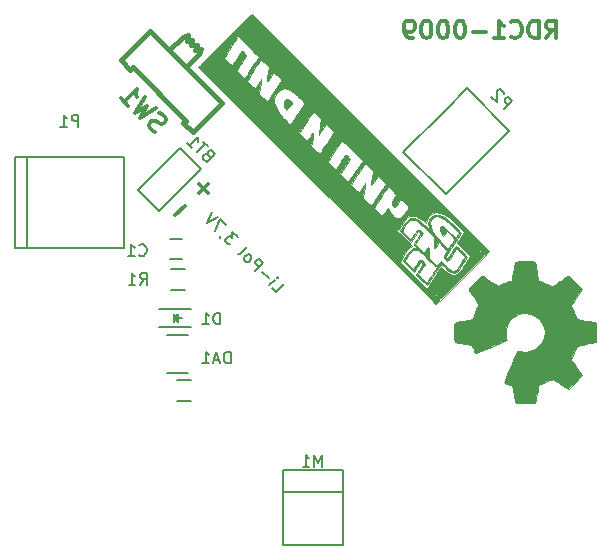
<source format=gbr>
G04 #@! TF.FileFunction,Legend,Bot*
%FSLAX46Y46*%
G04 Gerber Fmt 4.6, Leading zero omitted, Abs format (unit mm)*
G04 Created by KiCad (PCBNEW 4.0.2-stable) date 14.06.2016 13:49:58*
%MOMM*%
G01*
G04 APERTURE LIST*
%ADD10C,0.100000*%
%ADD11C,0.300000*%
%ADD12C,0.150000*%
%ADD13C,0.381000*%
%ADD14C,0.002540*%
%ADD15C,0.425000*%
%ADD16C,0.500000*%
%ADD17C,0.010000*%
%ADD18C,0.304800*%
G04 APERTURE END LIST*
D10*
D11*
X164285713Y-79545571D02*
X164785713Y-78831286D01*
X165142856Y-79545571D02*
X165142856Y-78045571D01*
X164571428Y-78045571D01*
X164428570Y-78117000D01*
X164357142Y-78188429D01*
X164285713Y-78331286D01*
X164285713Y-78545571D01*
X164357142Y-78688429D01*
X164428570Y-78759857D01*
X164571428Y-78831286D01*
X165142856Y-78831286D01*
X163642856Y-79545571D02*
X163642856Y-78045571D01*
X163285713Y-78045571D01*
X163071428Y-78117000D01*
X162928570Y-78259857D01*
X162857142Y-78402714D01*
X162785713Y-78688429D01*
X162785713Y-78902714D01*
X162857142Y-79188429D01*
X162928570Y-79331286D01*
X163071428Y-79474143D01*
X163285713Y-79545571D01*
X163642856Y-79545571D01*
X161285713Y-79402714D02*
X161357142Y-79474143D01*
X161571428Y-79545571D01*
X161714285Y-79545571D01*
X161928570Y-79474143D01*
X162071428Y-79331286D01*
X162142856Y-79188429D01*
X162214285Y-78902714D01*
X162214285Y-78688429D01*
X162142856Y-78402714D01*
X162071428Y-78259857D01*
X161928570Y-78117000D01*
X161714285Y-78045571D01*
X161571428Y-78045571D01*
X161357142Y-78117000D01*
X161285713Y-78188429D01*
X159857142Y-79545571D02*
X160714285Y-79545571D01*
X160285713Y-79545571D02*
X160285713Y-78045571D01*
X160428570Y-78259857D01*
X160571428Y-78402714D01*
X160714285Y-78474143D01*
X159214285Y-78974143D02*
X158071428Y-78974143D01*
X157071428Y-78045571D02*
X156928571Y-78045571D01*
X156785714Y-78117000D01*
X156714285Y-78188429D01*
X156642856Y-78331286D01*
X156571428Y-78617000D01*
X156571428Y-78974143D01*
X156642856Y-79259857D01*
X156714285Y-79402714D01*
X156785714Y-79474143D01*
X156928571Y-79545571D01*
X157071428Y-79545571D01*
X157214285Y-79474143D01*
X157285714Y-79402714D01*
X157357142Y-79259857D01*
X157428571Y-78974143D01*
X157428571Y-78617000D01*
X157357142Y-78331286D01*
X157285714Y-78188429D01*
X157214285Y-78117000D01*
X157071428Y-78045571D01*
X155642857Y-78045571D02*
X155500000Y-78045571D01*
X155357143Y-78117000D01*
X155285714Y-78188429D01*
X155214285Y-78331286D01*
X155142857Y-78617000D01*
X155142857Y-78974143D01*
X155214285Y-79259857D01*
X155285714Y-79402714D01*
X155357143Y-79474143D01*
X155500000Y-79545571D01*
X155642857Y-79545571D01*
X155785714Y-79474143D01*
X155857143Y-79402714D01*
X155928571Y-79259857D01*
X156000000Y-78974143D01*
X156000000Y-78617000D01*
X155928571Y-78331286D01*
X155857143Y-78188429D01*
X155785714Y-78117000D01*
X155642857Y-78045571D01*
X154214286Y-78045571D02*
X154071429Y-78045571D01*
X153928572Y-78117000D01*
X153857143Y-78188429D01*
X153785714Y-78331286D01*
X153714286Y-78617000D01*
X153714286Y-78974143D01*
X153785714Y-79259857D01*
X153857143Y-79402714D01*
X153928572Y-79474143D01*
X154071429Y-79545571D01*
X154214286Y-79545571D01*
X154357143Y-79474143D01*
X154428572Y-79402714D01*
X154500000Y-79259857D01*
X154571429Y-78974143D01*
X154571429Y-78617000D01*
X154500000Y-78331286D01*
X154428572Y-78188429D01*
X154357143Y-78117000D01*
X154214286Y-78045571D01*
X153000001Y-79545571D02*
X152714286Y-79545571D01*
X152571429Y-79474143D01*
X152500001Y-79402714D01*
X152357143Y-79188429D01*
X152285715Y-78902714D01*
X152285715Y-78331286D01*
X152357143Y-78188429D01*
X152428572Y-78117000D01*
X152571429Y-78045571D01*
X152857143Y-78045571D01*
X153000001Y-78117000D01*
X153071429Y-78188429D01*
X153142858Y-78331286D01*
X153142858Y-78688429D01*
X153071429Y-78831286D01*
X153000001Y-78902714D01*
X152857143Y-78974143D01*
X152571429Y-78974143D01*
X152428572Y-78902714D01*
X152357143Y-78831286D01*
X152285715Y-78688429D01*
X133702822Y-93715201D02*
X132894700Y-94523323D01*
X135671322Y-91873701D02*
X134863200Y-92681823D01*
X135671322Y-92681822D02*
X134863200Y-91873700D01*
D12*
X132469000Y-96559000D02*
X133469000Y-96559000D01*
X133469000Y-98259000D02*
X132469000Y-98259000D01*
X132196000Y-104699000D02*
X133996000Y-104699000D01*
X132196000Y-107899000D02*
X133996000Y-107899000D01*
X141986000Y-117983000D02*
X147066000Y-117983000D01*
X141986000Y-122428000D02*
X147066000Y-122428000D01*
X147066000Y-116078000D02*
X141986000Y-116078000D01*
X147066000Y-116078000D02*
X147066000Y-122428000D01*
X141986000Y-116078000D02*
X141986000Y-122428000D01*
X120352820Y-97322640D02*
X120352820Y-89621360D01*
X119352060Y-97322640D02*
X119352060Y-89621360D01*
X119352060Y-89621360D02*
X128551940Y-89621360D01*
X128551940Y-89621360D02*
X128551940Y-97322640D01*
X128551940Y-97322640D02*
X119352060Y-97322640D01*
X161181051Y-87376000D02*
X155792898Y-92764154D01*
X155792898Y-92764154D02*
X152200795Y-89172051D01*
X152200795Y-89172051D02*
X155792898Y-85579949D01*
X157588949Y-83783898D02*
X161181051Y-87376000D01*
X155792898Y-85579949D02*
X157588949Y-83783898D01*
X133696000Y-99074000D02*
X132496000Y-99074000D01*
X132496000Y-100824000D02*
X133696000Y-100824000D01*
X134204000Y-108472000D02*
X133004000Y-108472000D01*
X133004000Y-110222000D02*
X134204000Y-110222000D01*
X131496000Y-102501000D02*
X134196000Y-102501000D01*
X131496000Y-104001000D02*
X134196000Y-104001000D01*
X132996000Y-103101000D02*
X132996000Y-103351000D01*
X132996000Y-103351000D02*
X132846000Y-103201000D01*
X132746000Y-103601000D02*
X132746000Y-102901000D01*
X133096000Y-103251000D02*
X133446000Y-103251000D01*
X132746000Y-103251000D02*
X133096000Y-103601000D01*
X133096000Y-103601000D02*
X133096000Y-102901000D01*
X133096000Y-102901000D02*
X132746000Y-103251000D01*
X133286500Y-88818449D02*
X129694398Y-92410551D01*
X133286500Y-88818449D02*
X135082551Y-90614500D01*
X135082551Y-90614500D02*
X131490449Y-94206602D01*
X131490449Y-94206602D02*
X129694398Y-92410551D01*
D13*
X134286071Y-79647773D02*
X134216025Y-80141687D01*
X134216025Y-80141687D02*
X134709939Y-80071641D01*
X134709939Y-80071641D02*
X134569847Y-80495509D01*
X134569847Y-80495509D02*
X135063761Y-80425463D01*
X135063761Y-80425463D02*
X134923669Y-80849331D01*
X133510176Y-79435839D02*
X133932248Y-79293951D01*
X133932248Y-79293951D02*
X133862202Y-79787865D01*
X133862202Y-79787865D02*
X134286071Y-79647773D01*
X132378664Y-80567351D02*
X133510176Y-79435839D01*
X133792156Y-81980844D02*
X134923669Y-80849331D01*
X130751442Y-78940129D02*
X136832871Y-85021558D01*
X136832871Y-85021558D02*
X134357913Y-87496517D01*
X134357913Y-87496517D02*
X133580222Y-86718827D01*
X133580222Y-86718827D02*
X133792156Y-86506893D01*
X133792156Y-86506893D02*
X129266107Y-81980844D01*
X129266107Y-81980844D02*
X129054173Y-82192778D01*
X129054173Y-82192778D02*
X128276483Y-81415087D01*
X128276483Y-81415087D02*
X130751442Y-78940129D01*
D14*
G36*
X161701725Y-110396166D02*
X161680172Y-110327916D01*
X161644251Y-110166271D01*
X161593962Y-109932785D01*
X161540080Y-109652601D01*
X161484402Y-109370621D01*
X161439501Y-109138930D01*
X161403580Y-108980878D01*
X161387416Y-108918016D01*
X161358679Y-108903647D01*
X161238343Y-108862338D01*
X161062330Y-108808457D01*
X160959955Y-108774332D01*
X160807291Y-108715062D01*
X160746225Y-108671957D01*
X160751614Y-108648608D01*
X160794719Y-108526477D01*
X160871949Y-108327115D01*
X160976120Y-108061299D01*
X161098251Y-107755971D01*
X161234751Y-107425497D01*
X161373047Y-107089636D01*
X161504159Y-106771735D01*
X161622698Y-106484366D01*
X161721481Y-106252676D01*
X161793323Y-106094623D01*
X161827448Y-106028169D01*
X161843613Y-106022781D01*
X161945988Y-106024577D01*
X162109428Y-106047926D01*
X162474027Y-106085643D01*
X162919447Y-106035354D01*
X163319967Y-105875505D01*
X163673789Y-105604301D01*
X163928828Y-105281012D01*
X164092269Y-104887677D01*
X164147946Y-104444052D01*
X164099453Y-104021980D01*
X163941401Y-103630441D01*
X163671993Y-103282007D01*
X163341519Y-103019784D01*
X162946388Y-102847363D01*
X162506356Y-102788093D01*
X162278257Y-102804258D01*
X161879534Y-102912021D01*
X161523916Y-103102402D01*
X161446685Y-103161672D01*
X161161113Y-103472389D01*
X160963548Y-103845967D01*
X160864765Y-104257263D01*
X160873745Y-104686519D01*
X160880929Y-104733217D01*
X160907870Y-104911026D01*
X160922238Y-105029565D01*
X160933015Y-105126552D01*
X159639858Y-105661775D01*
X159433312Y-105746189D01*
X159081286Y-105889874D01*
X158774161Y-106013801D01*
X158528102Y-106112584D01*
X158364661Y-106175446D01*
X158296412Y-106200590D01*
X158291023Y-106198794D01*
X158253306Y-106171854D01*
X158208405Y-106076663D01*
X158141951Y-105888077D01*
X158100642Y-105760558D01*
X158050353Y-105616874D01*
X158025208Y-105555808D01*
X157967734Y-105537847D01*
X157813274Y-105505519D01*
X157586971Y-105462413D01*
X157313972Y-105408532D01*
X157051748Y-105358242D01*
X156812873Y-105309749D01*
X156642248Y-105272032D01*
X156565018Y-105248683D01*
X156557834Y-105241499D01*
X156538077Y-105171453D01*
X156523709Y-105020585D01*
X156518321Y-104778118D01*
X156514729Y-104429684D01*
X156514729Y-104375802D01*
X156516525Y-104083046D01*
X156523709Y-103842375D01*
X156532689Y-103675342D01*
X156543466Y-103607092D01*
X156543466Y-103607092D01*
X156620696Y-103583744D01*
X156789525Y-103544231D01*
X157028399Y-103495737D01*
X157313972Y-103440060D01*
X158055741Y-103305356D01*
X158303596Y-102723435D01*
X158380826Y-102545626D01*
X158470629Y-102326508D01*
X158531694Y-102168455D01*
X158555043Y-102094817D01*
X158526306Y-102033752D01*
X158440096Y-101893660D01*
X158308984Y-101694298D01*
X158149135Y-101462607D01*
X157996471Y-101241693D01*
X157859971Y-101040535D01*
X157761188Y-100895055D01*
X157716287Y-100828601D01*
X157712695Y-100807049D01*
X157728859Y-100769331D01*
X157779149Y-100704674D01*
X157877932Y-100598707D01*
X158035984Y-100433470D01*
X158269471Y-100199983D01*
X158294615Y-100174839D01*
X158520918Y-99955720D01*
X158702319Y-99781503D01*
X158824451Y-99670148D01*
X158880128Y-99632431D01*
X158880128Y-99632431D01*
X158944786Y-99671944D01*
X159090266Y-99767135D01*
X159293220Y-99901839D01*
X159532095Y-100065279D01*
X159546463Y-100076056D01*
X159787134Y-100237700D01*
X159988292Y-100370608D01*
X160133772Y-100462207D01*
X160198430Y-100494536D01*
X160223574Y-100490944D01*
X160343910Y-100453226D01*
X160525311Y-100386773D01*
X160742633Y-100302358D01*
X160965344Y-100208964D01*
X161164705Y-100124549D01*
X161308389Y-100056299D01*
X161367659Y-100018582D01*
X161367659Y-100018582D01*
X161385620Y-99939556D01*
X161421541Y-99767135D01*
X161466442Y-99524668D01*
X161520323Y-99237300D01*
X161525712Y-99213951D01*
X161579593Y-98930175D01*
X161629883Y-98693096D01*
X161669396Y-98527860D01*
X161690948Y-98459610D01*
X161694540Y-98456018D01*
X161784343Y-98445241D01*
X161967540Y-98434465D01*
X162220783Y-98429077D01*
X162517132Y-98427281D01*
X162612323Y-98429077D01*
X162937408Y-98430873D01*
X163156526Y-98441649D01*
X163285842Y-98456018D01*
X163332539Y-98477570D01*
X163332539Y-98481162D01*
X163352296Y-98561985D01*
X163390013Y-98739794D01*
X163436710Y-98984057D01*
X163492388Y-99273221D01*
X163495980Y-99291181D01*
X163551657Y-99576753D01*
X163594763Y-99813832D01*
X163628888Y-99980865D01*
X163648644Y-100050911D01*
X163655828Y-100058095D01*
X163743835Y-100106589D01*
X163905480Y-100185615D01*
X164112025Y-100277213D01*
X164331144Y-100370608D01*
X164535893Y-100453226D01*
X164690354Y-100510700D01*
X164769380Y-100532253D01*
X164772972Y-100532253D01*
X164851999Y-100489147D01*
X165008255Y-100390365D01*
X165220189Y-100253865D01*
X165466248Y-100083240D01*
X165505761Y-100058095D01*
X165746432Y-99892858D01*
X165945794Y-99758155D01*
X166085886Y-99668352D01*
X166145155Y-99630635D01*
X166179280Y-99653984D01*
X166285247Y-99745582D01*
X166441504Y-99891062D01*
X166626497Y-100072464D01*
X166816879Y-100266437D01*
X167000076Y-100456819D01*
X167154536Y-100622055D01*
X167260503Y-100745983D01*
X167300016Y-100803456D01*
X167298220Y-100808845D01*
X167251523Y-100887871D01*
X167154536Y-101042331D01*
X167014444Y-101254265D01*
X166845615Y-101502120D01*
X166815082Y-101547022D01*
X166651642Y-101785896D01*
X166520530Y-101985258D01*
X166432524Y-102123554D01*
X166400195Y-102181028D01*
X166409175Y-102207969D01*
X166454076Y-102328304D01*
X166533102Y-102518685D01*
X166633681Y-102755764D01*
X166865372Y-103299968D01*
X167668207Y-103449040D01*
X167740049Y-103463408D01*
X168029213Y-103519086D01*
X168262700Y-103565783D01*
X168424344Y-103601704D01*
X168487206Y-103617869D01*
X168489002Y-103623257D01*
X168496186Y-103713059D01*
X168501575Y-103894461D01*
X168505167Y-104149500D01*
X168505167Y-104447644D01*
X168505167Y-104670355D01*
X168503371Y-104934374D01*
X168496186Y-105106795D01*
X168485410Y-105210966D01*
X168465654Y-105263052D01*
X168436917Y-105281012D01*
X168357890Y-105298973D01*
X168183674Y-105333098D01*
X167941207Y-105381591D01*
X167657431Y-105431880D01*
X167420352Y-105478578D01*
X167156332Y-105534255D01*
X166976727Y-105580953D01*
X166897701Y-105613282D01*
X166879740Y-105642018D01*
X166820471Y-105769538D01*
X166734260Y-105967104D01*
X166639069Y-106205979D01*
X166427135Y-106748386D01*
X166628293Y-107042938D01*
X166748629Y-107220747D01*
X166917457Y-107472195D01*
X167080898Y-107711069D01*
X167332345Y-108084648D01*
X166193649Y-109244897D01*
X166123603Y-109217956D01*
X166064333Y-109183831D01*
X165924241Y-109094029D01*
X165726675Y-108961121D01*
X165493189Y-108803069D01*
X165295623Y-108666569D01*
X165096261Y-108531865D01*
X164952577Y-108434878D01*
X164887920Y-108391773D01*
X164857387Y-108397161D01*
X164731663Y-108436674D01*
X164544874Y-108504924D01*
X164322163Y-108594727D01*
X164095861Y-108688121D01*
X163887519Y-108777924D01*
X163733059Y-108849766D01*
X163657624Y-108892871D01*
X163637868Y-108959325D01*
X163601947Y-109120970D01*
X163555250Y-109354456D01*
X163501368Y-109634640D01*
X163449282Y-109916620D01*
X163402585Y-110153699D01*
X163368460Y-110324324D01*
X163348704Y-110397962D01*
X163302006Y-110415923D01*
X163154730Y-110430291D01*
X162899691Y-110433883D01*
X162527908Y-110432087D01*
X162466842Y-110432087D01*
X162175882Y-110424903D01*
X161933415Y-110415923D01*
X161769975Y-110406942D01*
X161701725Y-110396166D01*
X161701725Y-110396166D01*
G37*
X161701725Y-110396166D02*
X161680172Y-110327916D01*
X161644251Y-110166271D01*
X161593962Y-109932785D01*
X161540080Y-109652601D01*
X161484402Y-109370621D01*
X161439501Y-109138930D01*
X161403580Y-108980878D01*
X161387416Y-108918016D01*
X161358679Y-108903647D01*
X161238343Y-108862338D01*
X161062330Y-108808457D01*
X160959955Y-108774332D01*
X160807291Y-108715062D01*
X160746225Y-108671957D01*
X160751614Y-108648608D01*
X160794719Y-108526477D01*
X160871949Y-108327115D01*
X160976120Y-108061299D01*
X161098251Y-107755971D01*
X161234751Y-107425497D01*
X161373047Y-107089636D01*
X161504159Y-106771735D01*
X161622698Y-106484366D01*
X161721481Y-106252676D01*
X161793323Y-106094623D01*
X161827448Y-106028169D01*
X161843613Y-106022781D01*
X161945988Y-106024577D01*
X162109428Y-106047926D01*
X162474027Y-106085643D01*
X162919447Y-106035354D01*
X163319967Y-105875505D01*
X163673789Y-105604301D01*
X163928828Y-105281012D01*
X164092269Y-104887677D01*
X164147946Y-104444052D01*
X164099453Y-104021980D01*
X163941401Y-103630441D01*
X163671993Y-103282007D01*
X163341519Y-103019784D01*
X162946388Y-102847363D01*
X162506356Y-102788093D01*
X162278257Y-102804258D01*
X161879534Y-102912021D01*
X161523916Y-103102402D01*
X161446685Y-103161672D01*
X161161113Y-103472389D01*
X160963548Y-103845967D01*
X160864765Y-104257263D01*
X160873745Y-104686519D01*
X160880929Y-104733217D01*
X160907870Y-104911026D01*
X160922238Y-105029565D01*
X160933015Y-105126552D01*
X159639858Y-105661775D01*
X159433312Y-105746189D01*
X159081286Y-105889874D01*
X158774161Y-106013801D01*
X158528102Y-106112584D01*
X158364661Y-106175446D01*
X158296412Y-106200590D01*
X158291023Y-106198794D01*
X158253306Y-106171854D01*
X158208405Y-106076663D01*
X158141951Y-105888077D01*
X158100642Y-105760558D01*
X158050353Y-105616874D01*
X158025208Y-105555808D01*
X157967734Y-105537847D01*
X157813274Y-105505519D01*
X157586971Y-105462413D01*
X157313972Y-105408532D01*
X157051748Y-105358242D01*
X156812873Y-105309749D01*
X156642248Y-105272032D01*
X156565018Y-105248683D01*
X156557834Y-105241499D01*
X156538077Y-105171453D01*
X156523709Y-105020585D01*
X156518321Y-104778118D01*
X156514729Y-104429684D01*
X156514729Y-104375802D01*
X156516525Y-104083046D01*
X156523709Y-103842375D01*
X156532689Y-103675342D01*
X156543466Y-103607092D01*
X156543466Y-103607092D01*
X156620696Y-103583744D01*
X156789525Y-103544231D01*
X157028399Y-103495737D01*
X157313972Y-103440060D01*
X158055741Y-103305356D01*
X158303596Y-102723435D01*
X158380826Y-102545626D01*
X158470629Y-102326508D01*
X158531694Y-102168455D01*
X158555043Y-102094817D01*
X158526306Y-102033752D01*
X158440096Y-101893660D01*
X158308984Y-101694298D01*
X158149135Y-101462607D01*
X157996471Y-101241693D01*
X157859971Y-101040535D01*
X157761188Y-100895055D01*
X157716287Y-100828601D01*
X157712695Y-100807049D01*
X157728859Y-100769331D01*
X157779149Y-100704674D01*
X157877932Y-100598707D01*
X158035984Y-100433470D01*
X158269471Y-100199983D01*
X158294615Y-100174839D01*
X158520918Y-99955720D01*
X158702319Y-99781503D01*
X158824451Y-99670148D01*
X158880128Y-99632431D01*
X158880128Y-99632431D01*
X158944786Y-99671944D01*
X159090266Y-99767135D01*
X159293220Y-99901839D01*
X159532095Y-100065279D01*
X159546463Y-100076056D01*
X159787134Y-100237700D01*
X159988292Y-100370608D01*
X160133772Y-100462207D01*
X160198430Y-100494536D01*
X160223574Y-100490944D01*
X160343910Y-100453226D01*
X160525311Y-100386773D01*
X160742633Y-100302358D01*
X160965344Y-100208964D01*
X161164705Y-100124549D01*
X161308389Y-100056299D01*
X161367659Y-100018582D01*
X161367659Y-100018582D01*
X161385620Y-99939556D01*
X161421541Y-99767135D01*
X161466442Y-99524668D01*
X161520323Y-99237300D01*
X161525712Y-99213951D01*
X161579593Y-98930175D01*
X161629883Y-98693096D01*
X161669396Y-98527860D01*
X161690948Y-98459610D01*
X161694540Y-98456018D01*
X161784343Y-98445241D01*
X161967540Y-98434465D01*
X162220783Y-98429077D01*
X162517132Y-98427281D01*
X162612323Y-98429077D01*
X162937408Y-98430873D01*
X163156526Y-98441649D01*
X163285842Y-98456018D01*
X163332539Y-98477570D01*
X163332539Y-98481162D01*
X163352296Y-98561985D01*
X163390013Y-98739794D01*
X163436710Y-98984057D01*
X163492388Y-99273221D01*
X163495980Y-99291181D01*
X163551657Y-99576753D01*
X163594763Y-99813832D01*
X163628888Y-99980865D01*
X163648644Y-100050911D01*
X163655828Y-100058095D01*
X163743835Y-100106589D01*
X163905480Y-100185615D01*
X164112025Y-100277213D01*
X164331144Y-100370608D01*
X164535893Y-100453226D01*
X164690354Y-100510700D01*
X164769380Y-100532253D01*
X164772972Y-100532253D01*
X164851999Y-100489147D01*
X165008255Y-100390365D01*
X165220189Y-100253865D01*
X165466248Y-100083240D01*
X165505761Y-100058095D01*
X165746432Y-99892858D01*
X165945794Y-99758155D01*
X166085886Y-99668352D01*
X166145155Y-99630635D01*
X166179280Y-99653984D01*
X166285247Y-99745582D01*
X166441504Y-99891062D01*
X166626497Y-100072464D01*
X166816879Y-100266437D01*
X167000076Y-100456819D01*
X167154536Y-100622055D01*
X167260503Y-100745983D01*
X167300016Y-100803456D01*
X167298220Y-100808845D01*
X167251523Y-100887871D01*
X167154536Y-101042331D01*
X167014444Y-101254265D01*
X166845615Y-101502120D01*
X166815082Y-101547022D01*
X166651642Y-101785896D01*
X166520530Y-101985258D01*
X166432524Y-102123554D01*
X166400195Y-102181028D01*
X166409175Y-102207969D01*
X166454076Y-102328304D01*
X166533102Y-102518685D01*
X166633681Y-102755764D01*
X166865372Y-103299968D01*
X167668207Y-103449040D01*
X167740049Y-103463408D01*
X168029213Y-103519086D01*
X168262700Y-103565783D01*
X168424344Y-103601704D01*
X168487206Y-103617869D01*
X168489002Y-103623257D01*
X168496186Y-103713059D01*
X168501575Y-103894461D01*
X168505167Y-104149500D01*
X168505167Y-104447644D01*
X168505167Y-104670355D01*
X168503371Y-104934374D01*
X168496186Y-105106795D01*
X168485410Y-105210966D01*
X168465654Y-105263052D01*
X168436917Y-105281012D01*
X168357890Y-105298973D01*
X168183674Y-105333098D01*
X167941207Y-105381591D01*
X167657431Y-105431880D01*
X167420352Y-105478578D01*
X167156332Y-105534255D01*
X166976727Y-105580953D01*
X166897701Y-105613282D01*
X166879740Y-105642018D01*
X166820471Y-105769538D01*
X166734260Y-105967104D01*
X166639069Y-106205979D01*
X166427135Y-106748386D01*
X166628293Y-107042938D01*
X166748629Y-107220747D01*
X166917457Y-107472195D01*
X167080898Y-107711069D01*
X167332345Y-108084648D01*
X166193649Y-109244897D01*
X166123603Y-109217956D01*
X166064333Y-109183831D01*
X165924241Y-109094029D01*
X165726675Y-108961121D01*
X165493189Y-108803069D01*
X165295623Y-108666569D01*
X165096261Y-108531865D01*
X164952577Y-108434878D01*
X164887920Y-108391773D01*
X164857387Y-108397161D01*
X164731663Y-108436674D01*
X164544874Y-108504924D01*
X164322163Y-108594727D01*
X164095861Y-108688121D01*
X163887519Y-108777924D01*
X163733059Y-108849766D01*
X163657624Y-108892871D01*
X163637868Y-108959325D01*
X163601947Y-109120970D01*
X163555250Y-109354456D01*
X163501368Y-109634640D01*
X163449282Y-109916620D01*
X163402585Y-110153699D01*
X163368460Y-110324324D01*
X163348704Y-110397962D01*
X163302006Y-110415923D01*
X163154730Y-110430291D01*
X162899691Y-110433883D01*
X162527908Y-110432087D01*
X162466842Y-110432087D01*
X162175882Y-110424903D01*
X161933415Y-110415923D01*
X161769975Y-110406942D01*
X161701725Y-110396166D01*
D12*
X135066119Y-82116891D02*
X134907020Y-81957792D01*
X135119152Y-81781016D02*
X151842227Y-98398025D01*
X135154507Y-81710305D02*
X151842227Y-98398025D01*
D10*
X134871664Y-81957792D02*
X135225218Y-81604239D01*
D12*
X155183307Y-101739105D02*
X154264068Y-100819866D01*
X155271695Y-101721427D02*
X154971175Y-102021947D01*
X154971175Y-102021947D02*
X154794398Y-101845171D01*
X154794398Y-101845171D02*
X154882786Y-101756782D01*
D15*
X154962336Y-101818654D02*
X135163346Y-82019664D01*
D12*
X159143105Y-97779307D02*
X159037039Y-97673241D01*
D10*
X159440089Y-97581317D02*
X159178460Y-97319687D01*
X159125427Y-97903050D02*
X159443625Y-97584852D01*
D12*
X155731314Y-94438227D02*
X156102545Y-94668037D01*
X154405489Y-93112402D02*
X155713637Y-94420549D01*
D10*
X139485536Y-77626763D02*
X139344115Y-77485342D01*
D12*
X139202693Y-77838895D02*
X139131983Y-77768185D01*
D10*
X139061272Y-77768185D02*
X139344115Y-77485342D01*
D15*
X159169621Y-97540658D02*
X139370631Y-77741668D01*
D12*
X157233916Y-99087454D02*
X157145528Y-99211198D01*
X156544487Y-99670817D02*
X156791975Y-99564751D01*
D10*
X158807229Y-97514142D02*
X154918142Y-101403229D01*
X159160782Y-97867695D02*
X158771874Y-97478786D01*
X155271695Y-101756782D02*
X159160782Y-97867695D01*
X154882786Y-101367874D02*
X155271695Y-101756782D01*
D16*
X155236340Y-101438584D02*
X158842584Y-97832340D01*
X139096627Y-78086383D02*
X135490383Y-81692627D01*
D10*
X139450181Y-78157093D02*
X139061272Y-77768185D01*
X139061272Y-77768185D02*
X135172185Y-81657272D01*
X135172185Y-81657272D02*
X135561093Y-82046181D01*
X135525738Y-82010825D02*
X139414825Y-78121738D01*
D17*
G36*
X156618504Y-99552037D02*
X156386496Y-99578418D01*
X156151893Y-99515365D01*
X155890854Y-99354275D01*
X155746166Y-99237024D01*
X155403522Y-98942448D01*
X154811796Y-99854897D01*
X154220068Y-100767345D01*
X154545594Y-101092888D01*
X154871119Y-101418432D01*
X155823680Y-100462688D01*
X156140451Y-100143302D01*
X156374398Y-99903126D01*
X156533705Y-99732782D01*
X156626553Y-99622897D01*
X156661127Y-99564097D01*
X156645606Y-99547006D01*
X156618504Y-99552037D01*
X156618504Y-99552037D01*
G37*
X156618504Y-99552037D02*
X156386496Y-99578418D01*
X156151893Y-99515365D01*
X155890854Y-99354275D01*
X155746166Y-99237024D01*
X155403522Y-98942448D01*
X154811796Y-99854897D01*
X154220068Y-100767345D01*
X154545594Y-101092888D01*
X154871119Y-101418432D01*
X155823680Y-100462688D01*
X156140451Y-100143302D01*
X156374398Y-99903126D01*
X156533705Y-99732782D01*
X156626553Y-99622897D01*
X156661127Y-99564097D01*
X156645606Y-99547006D01*
X156618504Y-99552037D01*
G36*
X138212744Y-79371903D02*
X139088319Y-80247478D01*
X139356647Y-80517802D01*
X139589624Y-80756339D01*
X139773954Y-80949160D01*
X139896342Y-81082332D01*
X139943497Y-81141923D01*
X139943403Y-81143544D01*
X139899836Y-81204606D01*
X139801867Y-81349935D01*
X139664134Y-81557206D01*
X139501274Y-81804092D01*
X139327927Y-82068266D01*
X139158731Y-82327403D01*
X139008325Y-82559175D01*
X138891345Y-82741256D01*
X138822432Y-82851322D01*
X138812736Y-82868028D01*
X138775276Y-82910884D01*
X138718734Y-82901643D01*
X138622012Y-82827665D01*
X138464011Y-82676313D01*
X138420852Y-82633298D01*
X138247051Y-82452998D01*
X138153085Y-82333976D01*
X138124034Y-82252954D01*
X138139954Y-82195246D01*
X138197106Y-82100835D01*
X138305947Y-81928305D01*
X138448612Y-81705799D01*
X138548722Y-81551239D01*
X138695196Y-81317403D01*
X138808630Y-81119826D01*
X138874819Y-80984249D01*
X138885598Y-80940631D01*
X138828655Y-80858558D01*
X138710401Y-80747145D01*
X138691821Y-80732151D01*
X138561983Y-80647978D01*
X138486659Y-80655004D01*
X138462720Y-80687213D01*
X138403243Y-80787420D01*
X138297684Y-80956160D01*
X138164262Y-81165290D01*
X138021190Y-81386666D01*
X137886685Y-81592145D01*
X137778964Y-81753584D01*
X137716242Y-81842839D01*
X137709707Y-81850596D01*
X137651359Y-81826490D01*
X137529667Y-81730111D01*
X137368943Y-81581088D01*
X137338025Y-81550471D01*
X137167641Y-81375858D01*
X137074779Y-81262718D01*
X137044851Y-81185084D01*
X137063274Y-81116992D01*
X137079120Y-81089511D01*
X137141078Y-80991467D01*
X137256788Y-80810612D01*
X137410979Y-80570740D01*
X137588380Y-80295643D01*
X137632049Y-80228049D01*
X138107978Y-79491643D01*
X135518667Y-82065980D01*
X151897883Y-98445195D01*
X152202709Y-97964250D01*
X152367035Y-97721784D01*
X152535465Y-97500721D01*
X152678280Y-97339358D01*
X152711790Y-97308228D01*
X152916044Y-97133152D01*
X152301437Y-96493763D01*
X151686829Y-95854374D01*
X151990116Y-95394339D01*
X152149713Y-95161154D01*
X152303944Y-94950834D01*
X152390650Y-94843442D01*
X152136176Y-94588969D01*
X151916824Y-94731341D01*
X151698392Y-94760777D01*
X151618981Y-94740565D01*
X151440463Y-94635117D01*
X151239883Y-94461046D01*
X151059060Y-94259497D01*
X150940399Y-94072935D01*
X150865343Y-93905796D01*
X150703891Y-94128285D01*
X150583149Y-94299704D01*
X150484074Y-94448728D01*
X150466583Y-94476974D01*
X150423579Y-94536458D01*
X150374857Y-94547973D01*
X150297423Y-94499735D01*
X150168279Y-94379959D01*
X150052125Y-94264572D01*
X149877650Y-94083624D01*
X149782975Y-93964014D01*
X149753156Y-93882509D01*
X149768648Y-93823940D01*
X149559884Y-93615176D01*
X149508570Y-93645412D01*
X149438959Y-93623442D01*
X149328706Y-93535522D01*
X149155460Y-93367905D01*
X149151646Y-93364092D01*
X148820327Y-93032773D01*
X148903621Y-92442548D01*
X148938154Y-92185422D01*
X148962227Y-91981467D01*
X148972663Y-91859088D01*
X148971427Y-91836835D01*
X148932947Y-91877513D01*
X148848751Y-91998842D01*
X148758513Y-92140286D01*
X148609699Y-92377260D01*
X148503208Y-92513764D01*
X148411962Y-92555680D01*
X148308885Y-92508900D01*
X148166898Y-92379308D01*
X148076190Y-92288636D01*
X147747045Y-91959491D01*
X147533385Y-91745831D01*
X146852312Y-91064758D01*
X147282803Y-90417618D01*
X147713294Y-89770479D01*
X147520499Y-89577684D01*
X147398439Y-89465149D01*
X147318096Y-89408786D01*
X147304778Y-89407814D01*
X147264185Y-89466197D01*
X147171740Y-89606023D01*
X147044016Y-89801748D01*
X146897586Y-90027825D01*
X146749021Y-90258705D01*
X146614894Y-90468844D01*
X146554305Y-90564695D01*
X146510133Y-90622972D01*
X146460509Y-90633586D01*
X146382340Y-90584634D01*
X146252532Y-90464211D01*
X146137266Y-90349712D01*
X145940388Y-90138782D01*
X145842851Y-89998292D01*
X145833936Y-89934129D01*
X145850065Y-89906441D01*
X145160675Y-89217051D01*
X145108522Y-89245762D01*
X145037666Y-89222254D01*
X144925870Y-89132716D01*
X144750891Y-88963335D01*
X144748840Y-88961286D01*
X144415041Y-88627487D01*
X144511671Y-88031022D01*
X144554961Y-87745077D01*
X144567266Y-87580405D01*
X144541251Y-87533502D01*
X144469582Y-87600862D01*
X144344925Y-87778983D01*
X144259203Y-87910383D01*
X144038779Y-88251225D01*
X143352306Y-87564752D01*
X143357640Y-87556670D01*
X142630576Y-86829605D01*
X142601580Y-86855449D01*
X142529364Y-86808851D01*
X142398960Y-86683923D01*
X142229652Y-86502969D01*
X142040724Y-86288290D01*
X141851463Y-86062191D01*
X141681154Y-85846973D01*
X141575314Y-85701095D01*
X140725647Y-84851428D01*
X140663490Y-84831019D01*
X140538706Y-84736874D01*
X140375659Y-84587790D01*
X140346623Y-84559069D01*
X140010932Y-84223378D01*
X140094226Y-83633153D01*
X140128998Y-83376372D01*
X140153741Y-83173130D01*
X140165164Y-83051680D01*
X140164559Y-83029967D01*
X140127576Y-83072117D01*
X140044696Y-83194700D01*
X139955119Y-83336892D01*
X139807123Y-83574762D01*
X139701311Y-83711997D01*
X139610420Y-83754288D01*
X139507186Y-83707328D01*
X139364343Y-83576809D01*
X139267924Y-83480370D01*
X139110345Y-83315997D01*
X139000250Y-83187935D01*
X138957779Y-83119934D01*
X138958901Y-83115873D01*
X139004729Y-83052415D01*
X139104635Y-82904805D01*
X139243839Y-82695608D01*
X139407566Y-82447387D01*
X139581036Y-82182707D01*
X139749472Y-81924130D01*
X139898096Y-81694220D01*
X140012130Y-81515541D01*
X140076795Y-81410655D01*
X140083096Y-81399410D01*
X140119246Y-81356878D01*
X140174177Y-81364689D01*
X140268337Y-81435431D01*
X140422175Y-81581694D01*
X140492072Y-81651231D01*
X140846696Y-82005855D01*
X140729736Y-82608956D01*
X140685352Y-82861831D01*
X140660101Y-83056711D01*
X140656706Y-83168485D01*
X140667225Y-83184832D01*
X140726175Y-83120557D01*
X140828384Y-82978220D01*
X140951724Y-82788634D01*
X140951738Y-82788612D01*
X141069626Y-82601141D01*
X141159146Y-82461780D01*
X141201245Y-82400182D01*
X141201466Y-82399953D01*
X141252127Y-82431738D01*
X141368061Y-82533745D01*
X141525922Y-82685227D01*
X141554864Y-82714023D01*
X141727948Y-82893802D01*
X141821118Y-83012692D01*
X141849394Y-83094165D01*
X141834179Y-83150493D01*
X141777438Y-83245732D01*
X141669198Y-83417949D01*
X141524418Y-83644196D01*
X141358054Y-83901521D01*
X141185062Y-84166979D01*
X141020399Y-84417616D01*
X140879021Y-84630486D01*
X140775885Y-84782638D01*
X140725947Y-84851123D01*
X140725647Y-84851428D01*
X141575314Y-85701095D01*
X141549081Y-85664939D01*
X141490293Y-85570282D01*
X141332570Y-85229805D01*
X141265583Y-84936905D01*
X141284573Y-84655427D01*
X141343427Y-84454132D01*
X141460301Y-84180224D01*
X141588218Y-83999676D01*
X141755664Y-83880048D01*
X141901279Y-83818849D01*
X142121712Y-83776422D01*
X142353338Y-83810339D01*
X142610767Y-83927519D01*
X142908610Y-84134878D01*
X143261481Y-84439332D01*
X143312740Y-84486948D01*
X143532023Y-84698038D01*
X143703492Y-84874839D01*
X143811688Y-85000605D01*
X143841148Y-85058589D01*
X143840839Y-85058930D01*
X143794128Y-85123219D01*
X143690636Y-85275330D01*
X143542836Y-85496628D01*
X143363201Y-85768478D01*
X143226192Y-85977344D01*
X143031764Y-86270183D01*
X142859313Y-86521610D01*
X142721397Y-86713969D01*
X142630576Y-86829605D01*
X143357640Y-87556670D01*
X143915440Y-86711394D01*
X144109797Y-86418564D01*
X144282167Y-86162034D01*
X144419415Y-85961106D01*
X144508405Y-85835081D01*
X144533650Y-85802961D01*
X144600299Y-85806274D01*
X144728035Y-85898110D01*
X144917244Y-86076402D01*
X145245762Y-86404919D01*
X145141538Y-86991372D01*
X145102686Y-87240164D01*
X145083383Y-87429902D01*
X145085625Y-87535245D01*
X145097737Y-87547613D01*
X145160953Y-87482314D01*
X145268347Y-87340341D01*
X145395290Y-87154491D01*
X145632422Y-86791579D01*
X145978215Y-87137373D01*
X146324009Y-87483168D01*
X145781360Y-88311092D01*
X145588906Y-88602176D01*
X145416056Y-88858885D01*
X145276813Y-89060775D01*
X145185187Y-89187401D01*
X145160675Y-89217051D01*
X145850065Y-89906441D01*
X145883958Y-89848259D01*
X145988254Y-89682446D01*
X146131557Y-89459868D01*
X146298603Y-89203704D01*
X146474123Y-88937134D01*
X146642854Y-88683337D01*
X146789528Y-88465490D01*
X146898879Y-88306774D01*
X146955643Y-88230368D01*
X146956971Y-88228978D01*
X146998356Y-88229390D01*
X147082392Y-88282930D01*
X147218814Y-88398149D01*
X147417359Y-88583592D01*
X147687761Y-88847808D01*
X147881662Y-89040821D01*
X148749928Y-89909087D01*
X147533385Y-91745831D01*
X147747045Y-91959491D01*
X148306065Y-91104576D01*
X148498059Y-90809470D01*
X148666051Y-90548454D01*
X148797371Y-90341429D01*
X148879354Y-90208302D01*
X148899814Y-90171681D01*
X148941776Y-90154330D01*
X149032030Y-90209277D01*
X149184260Y-90346272D01*
X149286569Y-90447253D01*
X149638593Y-90800805D01*
X149530151Y-91425613D01*
X149490877Y-91679008D01*
X149470481Y-91869737D01*
X149470808Y-91974985D01*
X149484916Y-91985018D01*
X149557011Y-91893329D01*
X149678874Y-91714092D01*
X149856633Y-91438165D01*
X149943418Y-91300806D01*
X149987069Y-91241311D01*
X150033758Y-91228544D01*
X150105635Y-91275026D01*
X150224852Y-91393280D01*
X150356580Y-91534363D01*
X150690224Y-91894284D01*
X150163513Y-92714612D01*
X149975204Y-93005407D01*
X149806206Y-93261752D01*
X149670472Y-93462834D01*
X149581954Y-93587837D01*
X149559884Y-93615176D01*
X149768648Y-93823940D01*
X149818497Y-93742527D01*
X149921240Y-93581731D01*
X150062238Y-93363882D01*
X150226855Y-93111304D01*
X150400451Y-92846324D01*
X150568388Y-92591268D01*
X150716027Y-92368463D01*
X150828730Y-92200236D01*
X150891858Y-92108911D01*
X150899315Y-92099457D01*
X150950357Y-92130885D01*
X151066659Y-92232690D01*
X151224906Y-92384236D01*
X151255711Y-92414870D01*
X151420578Y-92578968D01*
X151514060Y-92692510D01*
X151537787Y-92790681D01*
X151493389Y-92908662D01*
X151382498Y-93081635D01*
X151292765Y-93214437D01*
X151202546Y-93389583D01*
X151203212Y-93532777D01*
X151224372Y-93586246D01*
X151319561Y-93722467D01*
X151408013Y-93791652D01*
X151505289Y-93785848D01*
X151627120Y-93684651D01*
X151781713Y-93479612D01*
X151911845Y-93273060D01*
X151954724Y-93213703D01*
X152003307Y-93202069D01*
X152080492Y-93249953D01*
X152209179Y-93369145D01*
X152328475Y-93487632D01*
X152487760Y-93644548D01*
X152583069Y-93753759D01*
X152614856Y-93847250D01*
X152583576Y-93957000D01*
X152489687Y-94114992D01*
X152340661Y-94342375D01*
X152136176Y-94588969D01*
X152390650Y-94843442D01*
X152425238Y-94800602D01*
X152448672Y-94775264D01*
X152694658Y-94603838D01*
X152978480Y-94552125D01*
X153296720Y-94619724D01*
X153645955Y-94806236D01*
X153820773Y-94935616D01*
X154100538Y-95160018D01*
X154179816Y-94907474D01*
X154321879Y-94631926D01*
X154469067Y-94484539D01*
X154725272Y-94325475D01*
X154990501Y-94267526D01*
X155283567Y-94311552D01*
X155623276Y-94458417D01*
X155773377Y-94544303D01*
X155793794Y-94550786D01*
X155779712Y-94523887D01*
X155727958Y-94460388D01*
X155635361Y-94357070D01*
X155498750Y-94210715D01*
X155314952Y-94018103D01*
X155080795Y-93776015D01*
X154793109Y-93481234D01*
X154448720Y-93130540D01*
X154044457Y-92720714D01*
X153577148Y-92248537D01*
X153043621Y-91710791D01*
X152440704Y-91104257D01*
X151765226Y-90425714D01*
X151014014Y-89671947D01*
X150183897Y-88839735D01*
X149271704Y-87925859D01*
X148274260Y-86927102D01*
X147761673Y-86413997D01*
X139469980Y-78114667D01*
X138212744Y-79371903D01*
X138212744Y-79371903D01*
G37*
X138212744Y-79371903D02*
X139088319Y-80247478D01*
X139356647Y-80517802D01*
X139589624Y-80756339D01*
X139773954Y-80949160D01*
X139896342Y-81082332D01*
X139943497Y-81141923D01*
X139943403Y-81143544D01*
X139899836Y-81204606D01*
X139801867Y-81349935D01*
X139664134Y-81557206D01*
X139501274Y-81804092D01*
X139327927Y-82068266D01*
X139158731Y-82327403D01*
X139008325Y-82559175D01*
X138891345Y-82741256D01*
X138822432Y-82851322D01*
X138812736Y-82868028D01*
X138775276Y-82910884D01*
X138718734Y-82901643D01*
X138622012Y-82827665D01*
X138464011Y-82676313D01*
X138420852Y-82633298D01*
X138247051Y-82452998D01*
X138153085Y-82333976D01*
X138124034Y-82252954D01*
X138139954Y-82195246D01*
X138197106Y-82100835D01*
X138305947Y-81928305D01*
X138448612Y-81705799D01*
X138548722Y-81551239D01*
X138695196Y-81317403D01*
X138808630Y-81119826D01*
X138874819Y-80984249D01*
X138885598Y-80940631D01*
X138828655Y-80858558D01*
X138710401Y-80747145D01*
X138691821Y-80732151D01*
X138561983Y-80647978D01*
X138486659Y-80655004D01*
X138462720Y-80687213D01*
X138403243Y-80787420D01*
X138297684Y-80956160D01*
X138164262Y-81165290D01*
X138021190Y-81386666D01*
X137886685Y-81592145D01*
X137778964Y-81753584D01*
X137716242Y-81842839D01*
X137709707Y-81850596D01*
X137651359Y-81826490D01*
X137529667Y-81730111D01*
X137368943Y-81581088D01*
X137338025Y-81550471D01*
X137167641Y-81375858D01*
X137074779Y-81262718D01*
X137044851Y-81185084D01*
X137063274Y-81116992D01*
X137079120Y-81089511D01*
X137141078Y-80991467D01*
X137256788Y-80810612D01*
X137410979Y-80570740D01*
X137588380Y-80295643D01*
X137632049Y-80228049D01*
X138107978Y-79491643D01*
X135518667Y-82065980D01*
X151897883Y-98445195D01*
X152202709Y-97964250D01*
X152367035Y-97721784D01*
X152535465Y-97500721D01*
X152678280Y-97339358D01*
X152711790Y-97308228D01*
X152916044Y-97133152D01*
X152301437Y-96493763D01*
X151686829Y-95854374D01*
X151990116Y-95394339D01*
X152149713Y-95161154D01*
X152303944Y-94950834D01*
X152390650Y-94843442D01*
X152136176Y-94588969D01*
X151916824Y-94731341D01*
X151698392Y-94760777D01*
X151618981Y-94740565D01*
X151440463Y-94635117D01*
X151239883Y-94461046D01*
X151059060Y-94259497D01*
X150940399Y-94072935D01*
X150865343Y-93905796D01*
X150703891Y-94128285D01*
X150583149Y-94299704D01*
X150484074Y-94448728D01*
X150466583Y-94476974D01*
X150423579Y-94536458D01*
X150374857Y-94547973D01*
X150297423Y-94499735D01*
X150168279Y-94379959D01*
X150052125Y-94264572D01*
X149877650Y-94083624D01*
X149782975Y-93964014D01*
X149753156Y-93882509D01*
X149768648Y-93823940D01*
X149559884Y-93615176D01*
X149508570Y-93645412D01*
X149438959Y-93623442D01*
X149328706Y-93535522D01*
X149155460Y-93367905D01*
X149151646Y-93364092D01*
X148820327Y-93032773D01*
X148903621Y-92442548D01*
X148938154Y-92185422D01*
X148962227Y-91981467D01*
X148972663Y-91859088D01*
X148971427Y-91836835D01*
X148932947Y-91877513D01*
X148848751Y-91998842D01*
X148758513Y-92140286D01*
X148609699Y-92377260D01*
X148503208Y-92513764D01*
X148411962Y-92555680D01*
X148308885Y-92508900D01*
X148166898Y-92379308D01*
X148076190Y-92288636D01*
X147747045Y-91959491D01*
X147533385Y-91745831D01*
X146852312Y-91064758D01*
X147282803Y-90417618D01*
X147713294Y-89770479D01*
X147520499Y-89577684D01*
X147398439Y-89465149D01*
X147318096Y-89408786D01*
X147304778Y-89407814D01*
X147264185Y-89466197D01*
X147171740Y-89606023D01*
X147044016Y-89801748D01*
X146897586Y-90027825D01*
X146749021Y-90258705D01*
X146614894Y-90468844D01*
X146554305Y-90564695D01*
X146510133Y-90622972D01*
X146460509Y-90633586D01*
X146382340Y-90584634D01*
X146252532Y-90464211D01*
X146137266Y-90349712D01*
X145940388Y-90138782D01*
X145842851Y-89998292D01*
X145833936Y-89934129D01*
X145850065Y-89906441D01*
X145160675Y-89217051D01*
X145108522Y-89245762D01*
X145037666Y-89222254D01*
X144925870Y-89132716D01*
X144750891Y-88963335D01*
X144748840Y-88961286D01*
X144415041Y-88627487D01*
X144511671Y-88031022D01*
X144554961Y-87745077D01*
X144567266Y-87580405D01*
X144541251Y-87533502D01*
X144469582Y-87600862D01*
X144344925Y-87778983D01*
X144259203Y-87910383D01*
X144038779Y-88251225D01*
X143352306Y-87564752D01*
X143357640Y-87556670D01*
X142630576Y-86829605D01*
X142601580Y-86855449D01*
X142529364Y-86808851D01*
X142398960Y-86683923D01*
X142229652Y-86502969D01*
X142040724Y-86288290D01*
X141851463Y-86062191D01*
X141681154Y-85846973D01*
X141575314Y-85701095D01*
X140725647Y-84851428D01*
X140663490Y-84831019D01*
X140538706Y-84736874D01*
X140375659Y-84587790D01*
X140346623Y-84559069D01*
X140010932Y-84223378D01*
X140094226Y-83633153D01*
X140128998Y-83376372D01*
X140153741Y-83173130D01*
X140165164Y-83051680D01*
X140164559Y-83029967D01*
X140127576Y-83072117D01*
X140044696Y-83194700D01*
X139955119Y-83336892D01*
X139807123Y-83574762D01*
X139701311Y-83711997D01*
X139610420Y-83754288D01*
X139507186Y-83707328D01*
X139364343Y-83576809D01*
X139267924Y-83480370D01*
X139110345Y-83315997D01*
X139000250Y-83187935D01*
X138957779Y-83119934D01*
X138958901Y-83115873D01*
X139004729Y-83052415D01*
X139104635Y-82904805D01*
X139243839Y-82695608D01*
X139407566Y-82447387D01*
X139581036Y-82182707D01*
X139749472Y-81924130D01*
X139898096Y-81694220D01*
X140012130Y-81515541D01*
X140076795Y-81410655D01*
X140083096Y-81399410D01*
X140119246Y-81356878D01*
X140174177Y-81364689D01*
X140268337Y-81435431D01*
X140422175Y-81581694D01*
X140492072Y-81651231D01*
X140846696Y-82005855D01*
X140729736Y-82608956D01*
X140685352Y-82861831D01*
X140660101Y-83056711D01*
X140656706Y-83168485D01*
X140667225Y-83184832D01*
X140726175Y-83120557D01*
X140828384Y-82978220D01*
X140951724Y-82788634D01*
X140951738Y-82788612D01*
X141069626Y-82601141D01*
X141159146Y-82461780D01*
X141201245Y-82400182D01*
X141201466Y-82399953D01*
X141252127Y-82431738D01*
X141368061Y-82533745D01*
X141525922Y-82685227D01*
X141554864Y-82714023D01*
X141727948Y-82893802D01*
X141821118Y-83012692D01*
X141849394Y-83094165D01*
X141834179Y-83150493D01*
X141777438Y-83245732D01*
X141669198Y-83417949D01*
X141524418Y-83644196D01*
X141358054Y-83901521D01*
X141185062Y-84166979D01*
X141020399Y-84417616D01*
X140879021Y-84630486D01*
X140775885Y-84782638D01*
X140725947Y-84851123D01*
X140725647Y-84851428D01*
X141575314Y-85701095D01*
X141549081Y-85664939D01*
X141490293Y-85570282D01*
X141332570Y-85229805D01*
X141265583Y-84936905D01*
X141284573Y-84655427D01*
X141343427Y-84454132D01*
X141460301Y-84180224D01*
X141588218Y-83999676D01*
X141755664Y-83880048D01*
X141901279Y-83818849D01*
X142121712Y-83776422D01*
X142353338Y-83810339D01*
X142610767Y-83927519D01*
X142908610Y-84134878D01*
X143261481Y-84439332D01*
X143312740Y-84486948D01*
X143532023Y-84698038D01*
X143703492Y-84874839D01*
X143811688Y-85000605D01*
X143841148Y-85058589D01*
X143840839Y-85058930D01*
X143794128Y-85123219D01*
X143690636Y-85275330D01*
X143542836Y-85496628D01*
X143363201Y-85768478D01*
X143226192Y-85977344D01*
X143031764Y-86270183D01*
X142859313Y-86521610D01*
X142721397Y-86713969D01*
X142630576Y-86829605D01*
X143357640Y-87556670D01*
X143915440Y-86711394D01*
X144109797Y-86418564D01*
X144282167Y-86162034D01*
X144419415Y-85961106D01*
X144508405Y-85835081D01*
X144533650Y-85802961D01*
X144600299Y-85806274D01*
X144728035Y-85898110D01*
X144917244Y-86076402D01*
X145245762Y-86404919D01*
X145141538Y-86991372D01*
X145102686Y-87240164D01*
X145083383Y-87429902D01*
X145085625Y-87535245D01*
X145097737Y-87547613D01*
X145160953Y-87482314D01*
X145268347Y-87340341D01*
X145395290Y-87154491D01*
X145632422Y-86791579D01*
X145978215Y-87137373D01*
X146324009Y-87483168D01*
X145781360Y-88311092D01*
X145588906Y-88602176D01*
X145416056Y-88858885D01*
X145276813Y-89060775D01*
X145185187Y-89187401D01*
X145160675Y-89217051D01*
X145850065Y-89906441D01*
X145883958Y-89848259D01*
X145988254Y-89682446D01*
X146131557Y-89459868D01*
X146298603Y-89203704D01*
X146474123Y-88937134D01*
X146642854Y-88683337D01*
X146789528Y-88465490D01*
X146898879Y-88306774D01*
X146955643Y-88230368D01*
X146956971Y-88228978D01*
X146998356Y-88229390D01*
X147082392Y-88282930D01*
X147218814Y-88398149D01*
X147417359Y-88583592D01*
X147687761Y-88847808D01*
X147881662Y-89040821D01*
X148749928Y-89909087D01*
X147533385Y-91745831D01*
X147747045Y-91959491D01*
X148306065Y-91104576D01*
X148498059Y-90809470D01*
X148666051Y-90548454D01*
X148797371Y-90341429D01*
X148879354Y-90208302D01*
X148899814Y-90171681D01*
X148941776Y-90154330D01*
X149032030Y-90209277D01*
X149184260Y-90346272D01*
X149286569Y-90447253D01*
X149638593Y-90800805D01*
X149530151Y-91425613D01*
X149490877Y-91679008D01*
X149470481Y-91869737D01*
X149470808Y-91974985D01*
X149484916Y-91985018D01*
X149557011Y-91893329D01*
X149678874Y-91714092D01*
X149856633Y-91438165D01*
X149943418Y-91300806D01*
X149987069Y-91241311D01*
X150033758Y-91228544D01*
X150105635Y-91275026D01*
X150224852Y-91393280D01*
X150356580Y-91534363D01*
X150690224Y-91894284D01*
X150163513Y-92714612D01*
X149975204Y-93005407D01*
X149806206Y-93261752D01*
X149670472Y-93462834D01*
X149581954Y-93587837D01*
X149559884Y-93615176D01*
X149768648Y-93823940D01*
X149818497Y-93742527D01*
X149921240Y-93581731D01*
X150062238Y-93363882D01*
X150226855Y-93111304D01*
X150400451Y-92846324D01*
X150568388Y-92591268D01*
X150716027Y-92368463D01*
X150828730Y-92200236D01*
X150891858Y-92108911D01*
X150899315Y-92099457D01*
X150950357Y-92130885D01*
X151066659Y-92232690D01*
X151224906Y-92384236D01*
X151255711Y-92414870D01*
X151420578Y-92578968D01*
X151514060Y-92692510D01*
X151537787Y-92790681D01*
X151493389Y-92908662D01*
X151382498Y-93081635D01*
X151292765Y-93214437D01*
X151202546Y-93389583D01*
X151203212Y-93532777D01*
X151224372Y-93586246D01*
X151319561Y-93722467D01*
X151408013Y-93791652D01*
X151505289Y-93785848D01*
X151627120Y-93684651D01*
X151781713Y-93479612D01*
X151911845Y-93273060D01*
X151954724Y-93213703D01*
X152003307Y-93202069D01*
X152080492Y-93249953D01*
X152209179Y-93369145D01*
X152328475Y-93487632D01*
X152487760Y-93644548D01*
X152583069Y-93753759D01*
X152614856Y-93847250D01*
X152583576Y-93957000D01*
X152489687Y-94114992D01*
X152340661Y-94342375D01*
X152136176Y-94588969D01*
X152390650Y-94843442D01*
X152425238Y-94800602D01*
X152448672Y-94775264D01*
X152694658Y-94603838D01*
X152978480Y-94552125D01*
X153296720Y-94619724D01*
X153645955Y-94806236D01*
X153820773Y-94935616D01*
X154100538Y-95160018D01*
X154179816Y-94907474D01*
X154321879Y-94631926D01*
X154469067Y-94484539D01*
X154725272Y-94325475D01*
X154990501Y-94267526D01*
X155283567Y-94311552D01*
X155623276Y-94458417D01*
X155773377Y-94544303D01*
X155793794Y-94550786D01*
X155779712Y-94523887D01*
X155727958Y-94460388D01*
X155635361Y-94357070D01*
X155498750Y-94210715D01*
X155314952Y-94018103D01*
X155080795Y-93776015D01*
X154793109Y-93481234D01*
X154448720Y-93130540D01*
X154044457Y-92720714D01*
X153577148Y-92248537D01*
X153043621Y-91710791D01*
X152440704Y-91104257D01*
X151765226Y-90425714D01*
X151014014Y-89671947D01*
X150183897Y-88839735D01*
X149271704Y-87925859D01*
X148274260Y-86927102D01*
X147761673Y-86413997D01*
X139469980Y-78114667D01*
X138212744Y-79371903D01*
G36*
X156144456Y-95078162D02*
X155800295Y-94794870D01*
X155502402Y-94602154D01*
X155239591Y-94491875D01*
X155200568Y-94481465D01*
X154916507Y-94467801D01*
X154670396Y-94560184D01*
X154477777Y-94739648D01*
X154354190Y-94987233D01*
X154315177Y-95283977D01*
X154348972Y-95520510D01*
X154387554Y-95677645D01*
X154406138Y-95768487D01*
X154406250Y-95776726D01*
X154360950Y-95738285D01*
X154243503Y-95628721D01*
X154072597Y-95465672D01*
X153900237Y-95299159D01*
X153576823Y-95004391D01*
X153306015Y-94811382D01*
X153071575Y-94722584D01*
X152857264Y-94740449D01*
X152646845Y-94867430D01*
X152424078Y-95105976D01*
X152172726Y-95458543D01*
X152099485Y-95571060D01*
X151915076Y-95858114D01*
X152838747Y-96781785D01*
X153142420Y-96322136D01*
X153446094Y-95862487D01*
X153547567Y-95963962D01*
X153592621Y-96029379D01*
X153590199Y-96112477D01*
X153531929Y-96241528D01*
X153409442Y-96444803D01*
X153401448Y-96457477D01*
X153271341Y-96658771D01*
X153161635Y-96820066D01*
X153094683Y-96908574D01*
X153092011Y-96911361D01*
X153086739Y-96999963D01*
X153187321Y-97130359D01*
X153287258Y-97235574D01*
X153293432Y-97278700D01*
X153201885Y-97287450D01*
X153164870Y-97287514D01*
X152983907Y-97323856D01*
X152807265Y-97447063D01*
X152729177Y-97525339D01*
X152676010Y-97597647D01*
X152574142Y-97747533D01*
X152443425Y-97945666D01*
X152412025Y-97993960D01*
X152138267Y-98416172D01*
X153067104Y-99345009D01*
X153284335Y-99000974D01*
X153411800Y-98798926D01*
X153521671Y-98624456D01*
X153579320Y-98532637D01*
X153654270Y-98454268D01*
X153738020Y-98490529D01*
X153763165Y-98514426D01*
X153808579Y-98574776D01*
X153813374Y-98647170D01*
X153768795Y-98757039D01*
X153666089Y-98929816D01*
X153567689Y-99082272D01*
X153266122Y-99544027D01*
X154187237Y-100465142D01*
X154275565Y-100328012D01*
X154175625Y-100228072D01*
X154123593Y-100197431D01*
X154005788Y-100095690D01*
X153844945Y-99942831D01*
X153797087Y-99895387D01*
X153441476Y-99539776D01*
X153682473Y-99156877D01*
X153812284Y-98956161D01*
X153923338Y-98794232D01*
X153992119Y-98705346D01*
X153993183Y-98704265D01*
X154014584Y-98634733D01*
X153951651Y-98529932D01*
X153860840Y-98432497D01*
X153730627Y-98312503D01*
X153648352Y-98276662D01*
X153578649Y-98313273D01*
X153558855Y-98332567D01*
X153460169Y-98454603D01*
X153328498Y-98643465D01*
X153193160Y-98855312D01*
X153090988Y-99032133D01*
X153054899Y-99074149D01*
X153000172Y-99066476D01*
X152906561Y-98996513D01*
X152753820Y-98851662D01*
X152674838Y-98773137D01*
X152496927Y-98592814D01*
X152395702Y-98476016D01*
X152357719Y-98396799D01*
X152369534Y-98329216D01*
X152409272Y-98260615D01*
X152510798Y-98096643D01*
X152621160Y-97913356D01*
X152621948Y-97912025D01*
X152806290Y-97649904D01*
X152990134Y-97499026D01*
X153192336Y-97445120D01*
X153239143Y-97444791D01*
X153325391Y-97451138D01*
X153405200Y-97472698D01*
X153495286Y-97522041D01*
X153612369Y-97611734D01*
X153773163Y-97754343D01*
X153994390Y-97962437D01*
X154236756Y-98194733D01*
X155009739Y-98937754D01*
X154928912Y-99066493D01*
X154812654Y-99249998D01*
X154671639Y-99470167D01*
X154522508Y-99701339D01*
X154381899Y-99917856D01*
X154266454Y-100094058D01*
X154192813Y-100204287D01*
X154175625Y-100228072D01*
X154275565Y-100328012D01*
X154653400Y-99741421D01*
X154838912Y-99454829D01*
X155012175Y-99189703D01*
X155155301Y-98973248D01*
X155250401Y-98832672D01*
X155259010Y-98820388D01*
X155398457Y-98623075D01*
X155715582Y-98940200D01*
X156016489Y-99205264D01*
X156278376Y-99352588D01*
X156511222Y-99381598D01*
X156725007Y-99291721D01*
X156795246Y-99219891D01*
X156697251Y-99121897D01*
X156599673Y-99202918D01*
X156507504Y-99237050D01*
X156420049Y-99240796D01*
X156316020Y-99223384D01*
X156209254Y-99170456D01*
X156075001Y-99064517D01*
X155888513Y-98888078D01*
X155808435Y-98808547D01*
X155385512Y-98385624D01*
X155223216Y-98604989D01*
X155060921Y-98824355D01*
X154357359Y-98120792D01*
X154349730Y-97596799D01*
X154340574Y-97373658D01*
X154322626Y-97224986D01*
X154299116Y-97172528D01*
X154288474Y-97184182D01*
X154216377Y-97308316D01*
X154108063Y-97470250D01*
X154087258Y-97499331D01*
X153939670Y-97703103D01*
X153221220Y-96984654D01*
X153824354Y-96061144D01*
X153654417Y-95891207D01*
X153528094Y-95784628D01*
X153431286Y-95736636D01*
X153418210Y-95736913D01*
X153353267Y-95794464D01*
X153243849Y-95931567D01*
X153112410Y-96119837D01*
X153098315Y-96141310D01*
X152972482Y-96332866D01*
X152875729Y-96477683D01*
X152826925Y-96547558D01*
X152825176Y-96549578D01*
X152774726Y-96517364D01*
X152658151Y-96414472D01*
X152498025Y-96261119D01*
X152451254Y-96214687D01*
X152282451Y-96045582D01*
X152181585Y-95923148D01*
X152148887Y-95816624D01*
X152184591Y-95695248D01*
X152288930Y-95528258D01*
X152458246Y-95290357D01*
X152745312Y-94887337D01*
X152989670Y-94887219D01*
X153234028Y-94887101D01*
X154022292Y-95646125D01*
X154810556Y-96405150D01*
X154783622Y-96901369D01*
X154776203Y-97158746D01*
X154793949Y-97293369D01*
X154844791Y-97308308D01*
X154936661Y-97206633D01*
X155065607Y-97010539D01*
X155194886Y-96803057D01*
X155933699Y-97541871D01*
X155761620Y-97796354D01*
X155662439Y-97956740D01*
X155636039Y-98060855D01*
X155677051Y-98152537D01*
X155712546Y-98197236D01*
X155823241Y-98314070D01*
X155916639Y-98359631D01*
X156011348Y-98324775D01*
X156125973Y-98200364D01*
X156279122Y-97977255D01*
X156333916Y-97891976D01*
X156475059Y-97672429D01*
X156590874Y-97495458D01*
X156664215Y-97387116D01*
X156679368Y-97367063D01*
X156735946Y-97392180D01*
X156857067Y-97489692D01*
X157019386Y-97640316D01*
X157066410Y-97686754D01*
X157420749Y-98041092D01*
X157169291Y-98440703D01*
X156967377Y-98756470D01*
X156814925Y-98978307D01*
X156697251Y-99121897D01*
X156795246Y-99219891D01*
X156929708Y-99082382D01*
X157074318Y-98862095D01*
X157176878Y-98694275D01*
X157313065Y-98481299D01*
X157396920Y-98354023D01*
X157603730Y-98044469D01*
X157134595Y-97575334D01*
X156924940Y-97367065D01*
X156786179Y-97237065D01*
X156699640Y-97173563D01*
X156646653Y-97164787D01*
X156608545Y-97198966D01*
X156587875Y-97230669D01*
X156335513Y-97624815D01*
X156138345Y-97908573D01*
X155994178Y-98084850D01*
X155900820Y-98156552D01*
X155887989Y-98158599D01*
X155828239Y-98145223D01*
X155807807Y-98097145D01*
X155832406Y-98002438D01*
X155907745Y-97849176D01*
X156039534Y-97625432D01*
X156089316Y-97546853D01*
X155948332Y-97405869D01*
X155374319Y-96775931D01*
X155125297Y-96492139D01*
X154901935Y-96218065D01*
X154726398Y-95981885D01*
X154630203Y-95829858D01*
X154498047Y-95498375D01*
X154463212Y-95192095D01*
X154522694Y-94929558D01*
X154673490Y-94729305D01*
X154822996Y-94639673D01*
X155056549Y-94608026D01*
X155339745Y-94687022D01*
X155674143Y-94877537D01*
X156061308Y-95180449D01*
X156471244Y-95564944D01*
X156659882Y-95760636D01*
X156803895Y-95923714D01*
X156886189Y-96033930D01*
X156897290Y-96069566D01*
X156836568Y-96146596D01*
X156750404Y-96270251D01*
X156642808Y-96431646D01*
X156098419Y-95927395D01*
X155837217Y-95692054D01*
X155646543Y-95539521D01*
X155509455Y-95460526D01*
X155409014Y-95445796D01*
X155328280Y-95486062D01*
X155314569Y-95498401D01*
X155273542Y-95613497D01*
X155288806Y-95789442D01*
X155352624Y-95977410D01*
X155404655Y-96066871D01*
X155547769Y-96269378D01*
X155855166Y-95836996D01*
X156190806Y-96190885D01*
X156362221Y-96378782D01*
X156456520Y-96521482D01*
X156472999Y-96650935D01*
X156410956Y-96799088D01*
X156269685Y-96997891D01*
X156170239Y-97124852D01*
X155948332Y-97405869D01*
X156089316Y-97546853D01*
X156233485Y-97319281D01*
X156445081Y-96995084D01*
X157094077Y-96008170D01*
X156546075Y-95460168D01*
X156144456Y-95078162D01*
X156144456Y-95078162D01*
G37*
X156144456Y-95078162D02*
X155800295Y-94794870D01*
X155502402Y-94602154D01*
X155239591Y-94491875D01*
X155200568Y-94481465D01*
X154916507Y-94467801D01*
X154670396Y-94560184D01*
X154477777Y-94739648D01*
X154354190Y-94987233D01*
X154315177Y-95283977D01*
X154348972Y-95520510D01*
X154387554Y-95677645D01*
X154406138Y-95768487D01*
X154406250Y-95776726D01*
X154360950Y-95738285D01*
X154243503Y-95628721D01*
X154072597Y-95465672D01*
X153900237Y-95299159D01*
X153576823Y-95004391D01*
X153306015Y-94811382D01*
X153071575Y-94722584D01*
X152857264Y-94740449D01*
X152646845Y-94867430D01*
X152424078Y-95105976D01*
X152172726Y-95458543D01*
X152099485Y-95571060D01*
X151915076Y-95858114D01*
X152838747Y-96781785D01*
X153142420Y-96322136D01*
X153446094Y-95862487D01*
X153547567Y-95963962D01*
X153592621Y-96029379D01*
X153590199Y-96112477D01*
X153531929Y-96241528D01*
X153409442Y-96444803D01*
X153401448Y-96457477D01*
X153271341Y-96658771D01*
X153161635Y-96820066D01*
X153094683Y-96908574D01*
X153092011Y-96911361D01*
X153086739Y-96999963D01*
X153187321Y-97130359D01*
X153287258Y-97235574D01*
X153293432Y-97278700D01*
X153201885Y-97287450D01*
X153164870Y-97287514D01*
X152983907Y-97323856D01*
X152807265Y-97447063D01*
X152729177Y-97525339D01*
X152676010Y-97597647D01*
X152574142Y-97747533D01*
X152443425Y-97945666D01*
X152412025Y-97993960D01*
X152138267Y-98416172D01*
X153067104Y-99345009D01*
X153284335Y-99000974D01*
X153411800Y-98798926D01*
X153521671Y-98624456D01*
X153579320Y-98532637D01*
X153654270Y-98454268D01*
X153738020Y-98490529D01*
X153763165Y-98514426D01*
X153808579Y-98574776D01*
X153813374Y-98647170D01*
X153768795Y-98757039D01*
X153666089Y-98929816D01*
X153567689Y-99082272D01*
X153266122Y-99544027D01*
X154187237Y-100465142D01*
X154275565Y-100328012D01*
X154175625Y-100228072D01*
X154123593Y-100197431D01*
X154005788Y-100095690D01*
X153844945Y-99942831D01*
X153797087Y-99895387D01*
X153441476Y-99539776D01*
X153682473Y-99156877D01*
X153812284Y-98956161D01*
X153923338Y-98794232D01*
X153992119Y-98705346D01*
X153993183Y-98704265D01*
X154014584Y-98634733D01*
X153951651Y-98529932D01*
X153860840Y-98432497D01*
X153730627Y-98312503D01*
X153648352Y-98276662D01*
X153578649Y-98313273D01*
X153558855Y-98332567D01*
X153460169Y-98454603D01*
X153328498Y-98643465D01*
X153193160Y-98855312D01*
X153090988Y-99032133D01*
X153054899Y-99074149D01*
X153000172Y-99066476D01*
X152906561Y-98996513D01*
X152753820Y-98851662D01*
X152674838Y-98773137D01*
X152496927Y-98592814D01*
X152395702Y-98476016D01*
X152357719Y-98396799D01*
X152369534Y-98329216D01*
X152409272Y-98260615D01*
X152510798Y-98096643D01*
X152621160Y-97913356D01*
X152621948Y-97912025D01*
X152806290Y-97649904D01*
X152990134Y-97499026D01*
X153192336Y-97445120D01*
X153239143Y-97444791D01*
X153325391Y-97451138D01*
X153405200Y-97472698D01*
X153495286Y-97522041D01*
X153612369Y-97611734D01*
X153773163Y-97754343D01*
X153994390Y-97962437D01*
X154236756Y-98194733D01*
X155009739Y-98937754D01*
X154928912Y-99066493D01*
X154812654Y-99249998D01*
X154671639Y-99470167D01*
X154522508Y-99701339D01*
X154381899Y-99917856D01*
X154266454Y-100094058D01*
X154192813Y-100204287D01*
X154175625Y-100228072D01*
X154275565Y-100328012D01*
X154653400Y-99741421D01*
X154838912Y-99454829D01*
X155012175Y-99189703D01*
X155155301Y-98973248D01*
X155250401Y-98832672D01*
X155259010Y-98820388D01*
X155398457Y-98623075D01*
X155715582Y-98940200D01*
X156016489Y-99205264D01*
X156278376Y-99352588D01*
X156511222Y-99381598D01*
X156725007Y-99291721D01*
X156795246Y-99219891D01*
X156697251Y-99121897D01*
X156599673Y-99202918D01*
X156507504Y-99237050D01*
X156420049Y-99240796D01*
X156316020Y-99223384D01*
X156209254Y-99170456D01*
X156075001Y-99064517D01*
X155888513Y-98888078D01*
X155808435Y-98808547D01*
X155385512Y-98385624D01*
X155223216Y-98604989D01*
X155060921Y-98824355D01*
X154357359Y-98120792D01*
X154349730Y-97596799D01*
X154340574Y-97373658D01*
X154322626Y-97224986D01*
X154299116Y-97172528D01*
X154288474Y-97184182D01*
X154216377Y-97308316D01*
X154108063Y-97470250D01*
X154087258Y-97499331D01*
X153939670Y-97703103D01*
X153221220Y-96984654D01*
X153824354Y-96061144D01*
X153654417Y-95891207D01*
X153528094Y-95784628D01*
X153431286Y-95736636D01*
X153418210Y-95736913D01*
X153353267Y-95794464D01*
X153243849Y-95931567D01*
X153112410Y-96119837D01*
X153098315Y-96141310D01*
X152972482Y-96332866D01*
X152875729Y-96477683D01*
X152826925Y-96547558D01*
X152825176Y-96549578D01*
X152774726Y-96517364D01*
X152658151Y-96414472D01*
X152498025Y-96261119D01*
X152451254Y-96214687D01*
X152282451Y-96045582D01*
X152181585Y-95923148D01*
X152148887Y-95816624D01*
X152184591Y-95695248D01*
X152288930Y-95528258D01*
X152458246Y-95290357D01*
X152745312Y-94887337D01*
X152989670Y-94887219D01*
X153234028Y-94887101D01*
X154022292Y-95646125D01*
X154810556Y-96405150D01*
X154783622Y-96901369D01*
X154776203Y-97158746D01*
X154793949Y-97293369D01*
X154844791Y-97308308D01*
X154936661Y-97206633D01*
X155065607Y-97010539D01*
X155194886Y-96803057D01*
X155933699Y-97541871D01*
X155761620Y-97796354D01*
X155662439Y-97956740D01*
X155636039Y-98060855D01*
X155677051Y-98152537D01*
X155712546Y-98197236D01*
X155823241Y-98314070D01*
X155916639Y-98359631D01*
X156011348Y-98324775D01*
X156125973Y-98200364D01*
X156279122Y-97977255D01*
X156333916Y-97891976D01*
X156475059Y-97672429D01*
X156590874Y-97495458D01*
X156664215Y-97387116D01*
X156679368Y-97367063D01*
X156735946Y-97392180D01*
X156857067Y-97489692D01*
X157019386Y-97640316D01*
X157066410Y-97686754D01*
X157420749Y-98041092D01*
X157169291Y-98440703D01*
X156967377Y-98756470D01*
X156814925Y-98978307D01*
X156697251Y-99121897D01*
X156795246Y-99219891D01*
X156929708Y-99082382D01*
X157074318Y-98862095D01*
X157176878Y-98694275D01*
X157313065Y-98481299D01*
X157396920Y-98354023D01*
X157603730Y-98044469D01*
X157134595Y-97575334D01*
X156924940Y-97367065D01*
X156786179Y-97237065D01*
X156699640Y-97173563D01*
X156646653Y-97164787D01*
X156608545Y-97198966D01*
X156587875Y-97230669D01*
X156335513Y-97624815D01*
X156138345Y-97908573D01*
X155994178Y-98084850D01*
X155900820Y-98156552D01*
X155887989Y-98158599D01*
X155828239Y-98145223D01*
X155807807Y-98097145D01*
X155832406Y-98002438D01*
X155907745Y-97849176D01*
X156039534Y-97625432D01*
X156089316Y-97546853D01*
X155948332Y-97405869D01*
X155374319Y-96775931D01*
X155125297Y-96492139D01*
X154901935Y-96218065D01*
X154726398Y-95981885D01*
X154630203Y-95829858D01*
X154498047Y-95498375D01*
X154463212Y-95192095D01*
X154522694Y-94929558D01*
X154673490Y-94729305D01*
X154822996Y-94639673D01*
X155056549Y-94608026D01*
X155339745Y-94687022D01*
X155674143Y-94877537D01*
X156061308Y-95180449D01*
X156471244Y-95564944D01*
X156659882Y-95760636D01*
X156803895Y-95923714D01*
X156886189Y-96033930D01*
X156897290Y-96069566D01*
X156836568Y-96146596D01*
X156750404Y-96270251D01*
X156642808Y-96431646D01*
X156098419Y-95927395D01*
X155837217Y-95692054D01*
X155646543Y-95539521D01*
X155509455Y-95460526D01*
X155409014Y-95445796D01*
X155328280Y-95486062D01*
X155314569Y-95498401D01*
X155273542Y-95613497D01*
X155288806Y-95789442D01*
X155352624Y-95977410D01*
X155404655Y-96066871D01*
X155547769Y-96269378D01*
X155855166Y-95836996D01*
X156190806Y-96190885D01*
X156362221Y-96378782D01*
X156456520Y-96521482D01*
X156472999Y-96650935D01*
X156410956Y-96799088D01*
X156269685Y-96997891D01*
X156170239Y-97124852D01*
X155948332Y-97405869D01*
X156089316Y-97546853D01*
X156233485Y-97319281D01*
X156445081Y-96995084D01*
X157094077Y-96008170D01*
X156546075Y-95460168D01*
X156144456Y-95078162D01*
G36*
X157254015Y-96100758D02*
X157177816Y-96219399D01*
X157058704Y-96399425D01*
X156950416Y-96560481D01*
X156723756Y-96895087D01*
X157827232Y-97998563D01*
X157486140Y-98533046D01*
X157338516Y-98765783D01*
X157216729Y-98960425D01*
X157137060Y-99090807D01*
X157115846Y-99128129D01*
X157149174Y-99104810D01*
X157259243Y-99004163D01*
X157432985Y-98838656D01*
X157657333Y-98620755D01*
X157919218Y-98362929D01*
X157954537Y-98327924D01*
X158822432Y-97467119D01*
X157330955Y-95975642D01*
X157254015Y-96100758D01*
X157254015Y-96100758D01*
G37*
X157254015Y-96100758D02*
X157177816Y-96219399D01*
X157058704Y-96399425D01*
X156950416Y-96560481D01*
X156723756Y-96895087D01*
X157827232Y-97998563D01*
X157486140Y-98533046D01*
X157338516Y-98765783D01*
X157216729Y-98960425D01*
X157137060Y-99090807D01*
X157115846Y-99128129D01*
X157149174Y-99104810D01*
X157259243Y-99004163D01*
X157432985Y-98838656D01*
X157657333Y-98620755D01*
X157919218Y-98362929D01*
X157954537Y-98327924D01*
X158822432Y-97467119D01*
X157330955Y-95975642D01*
X157254015Y-96100758D01*
G36*
X142518555Y-84730524D02*
X142345941Y-84724836D01*
X142199528Y-84805260D01*
X142101570Y-84952013D01*
X142074318Y-85145314D01*
X142129632Y-85344803D01*
X142219825Y-85514449D01*
X142292586Y-85573804D01*
X142377886Y-85524861D01*
X142505530Y-85369843D01*
X142658466Y-85160234D01*
X142736062Y-85020306D01*
X142747378Y-84924837D01*
X142701473Y-84848610D01*
X142695116Y-84842104D01*
X142518555Y-84730524D01*
X142518555Y-84730524D01*
G37*
X142518555Y-84730524D02*
X142345941Y-84724836D01*
X142199528Y-84805260D01*
X142101570Y-84952013D01*
X142074318Y-85145314D01*
X142129632Y-85344803D01*
X142219825Y-85514449D01*
X142292586Y-85573804D01*
X142377886Y-85524861D01*
X142505530Y-85369843D01*
X142658466Y-85160234D01*
X142736062Y-85020306D01*
X142747378Y-84924837D01*
X142701473Y-84848610D01*
X142695116Y-84842104D01*
X142518555Y-84730524D01*
G36*
X145015288Y-87656189D02*
X145015288Y-87701090D01*
X145060189Y-87701090D01*
X145060189Y-87656189D01*
X145015288Y-87656189D01*
X145015288Y-87656189D01*
G37*
X145015288Y-87656189D02*
X145015288Y-87701090D01*
X145060189Y-87701090D01*
X145060189Y-87656189D01*
X145015288Y-87656189D01*
D12*
X129833666Y-97893143D02*
X129881285Y-97940762D01*
X130024142Y-97988381D01*
X130119380Y-97988381D01*
X130262238Y-97940762D01*
X130357476Y-97845524D01*
X130405095Y-97750286D01*
X130452714Y-97559810D01*
X130452714Y-97416952D01*
X130405095Y-97226476D01*
X130357476Y-97131238D01*
X130262238Y-97036000D01*
X130119380Y-96988381D01*
X130024142Y-96988381D01*
X129881285Y-97036000D01*
X129833666Y-97083619D01*
X128881285Y-97988381D02*
X129452714Y-97988381D01*
X129167000Y-97988381D02*
X129167000Y-96988381D01*
X129262238Y-97131238D01*
X129357476Y-97226476D01*
X129452714Y-97274095D01*
X137564667Y-107068881D02*
X137564667Y-106068881D01*
X137326572Y-106068881D01*
X137183714Y-106116500D01*
X137088476Y-106211738D01*
X137040857Y-106306976D01*
X136993238Y-106497452D01*
X136993238Y-106640310D01*
X137040857Y-106830786D01*
X137088476Y-106926024D01*
X137183714Y-107021262D01*
X137326572Y-107068881D01*
X137564667Y-107068881D01*
X136612286Y-106783167D02*
X136136095Y-106783167D01*
X136707524Y-107068881D02*
X136374191Y-106068881D01*
X136040857Y-107068881D01*
X135183714Y-107068881D02*
X135755143Y-107068881D01*
X135469429Y-107068881D02*
X135469429Y-106068881D01*
X135564667Y-106211738D01*
X135659905Y-106306976D01*
X135755143Y-106354595D01*
X145335524Y-115805381D02*
X145335524Y-114805381D01*
X145002190Y-115519667D01*
X144668857Y-114805381D01*
X144668857Y-115805381D01*
X143668857Y-115805381D02*
X144240286Y-115805381D01*
X143954572Y-115805381D02*
X143954572Y-114805381D01*
X144049810Y-114948238D01*
X144145048Y-115043476D01*
X144240286Y-115091095D01*
X124690095Y-87023201D02*
X124690095Y-86023201D01*
X124309142Y-86023201D01*
X124213904Y-86070820D01*
X124166285Y-86118439D01*
X124118666Y-86213677D01*
X124118666Y-86356534D01*
X124166285Y-86451772D01*
X124213904Y-86499391D01*
X124309142Y-86547010D01*
X124690095Y-86547010D01*
X123166285Y-87023201D02*
X123737714Y-87023201D01*
X123452000Y-87023201D02*
X123452000Y-86023201D01*
X123547238Y-86166058D01*
X123642476Y-86261296D01*
X123737714Y-86308915D01*
X160730030Y-85550794D02*
X161437137Y-84843687D01*
X161167763Y-84574312D01*
X161066747Y-84540641D01*
X160999404Y-84540641D01*
X160898389Y-84574312D01*
X160797374Y-84675328D01*
X160763702Y-84776343D01*
X160763702Y-84843686D01*
X160797374Y-84944701D01*
X161066748Y-85214076D01*
X160696359Y-84237595D02*
X160696359Y-84170252D01*
X160662687Y-84069237D01*
X160494328Y-83900877D01*
X160393312Y-83867206D01*
X160325969Y-83867206D01*
X160224954Y-83900877D01*
X160157610Y-83968221D01*
X160090267Y-84102908D01*
X160090267Y-84911030D01*
X159652534Y-84473297D01*
X129897166Y-100401381D02*
X130230500Y-99925190D01*
X130468595Y-100401381D02*
X130468595Y-99401381D01*
X130087642Y-99401381D01*
X129992404Y-99449000D01*
X129944785Y-99496619D01*
X129897166Y-99591857D01*
X129897166Y-99734714D01*
X129944785Y-99829952D01*
X129992404Y-99877571D01*
X130087642Y-99925190D01*
X130468595Y-99925190D01*
X128944785Y-100401381D02*
X129516214Y-100401381D01*
X129230500Y-100401381D02*
X129230500Y-99401381D01*
X129325738Y-99544238D01*
X129420976Y-99639476D01*
X129516214Y-99687095D01*
X136691595Y-103766881D02*
X136691595Y-102766881D01*
X136453500Y-102766881D01*
X136310642Y-102814500D01*
X136215404Y-102909738D01*
X136167785Y-103004976D01*
X136120166Y-103195452D01*
X136120166Y-103338310D01*
X136167785Y-103528786D01*
X136215404Y-103624024D01*
X136310642Y-103719262D01*
X136453500Y-103766881D01*
X136691595Y-103766881D01*
X135167785Y-103766881D02*
X135739214Y-103766881D01*
X135453500Y-103766881D02*
X135453500Y-102766881D01*
X135548738Y-102909738D01*
X135643976Y-103004976D01*
X135739214Y-103052595D01*
X135670591Y-89405076D02*
X135535904Y-89337732D01*
X135468560Y-89337733D01*
X135367544Y-89371405D01*
X135266529Y-89472420D01*
X135232858Y-89573435D01*
X135232858Y-89640778D01*
X135266529Y-89741794D01*
X135535904Y-90011168D01*
X136243011Y-89304061D01*
X136007308Y-89068359D01*
X135906293Y-89034687D01*
X135838949Y-89034687D01*
X135737934Y-89068359D01*
X135670591Y-89135702D01*
X135636919Y-89236717D01*
X135636919Y-89304061D01*
X135670591Y-89405076D01*
X135906293Y-89640778D01*
X135636919Y-88697970D02*
X135232858Y-88293908D01*
X134727782Y-89203046D02*
X135434889Y-88495939D01*
X133919659Y-88394924D02*
X134323721Y-88798985D01*
X134121690Y-88596955D02*
X134828797Y-87889848D01*
X134795125Y-88058206D01*
X134795125Y-88192893D01*
X134828797Y-88293908D01*
X141087687Y-100706450D02*
X141424405Y-101043167D01*
X142131512Y-100336061D01*
X140851985Y-100470747D02*
X141323390Y-99999343D01*
X141559092Y-99763641D02*
X141559092Y-99830984D01*
X141491748Y-99830984D01*
X141491748Y-99763641D01*
X141559092Y-99763641D01*
X141491748Y-99830984D01*
X140784642Y-99864657D02*
X140245894Y-99325908D01*
X139639803Y-99258565D02*
X140346909Y-98551458D01*
X140077535Y-98282084D01*
X139976520Y-98248412D01*
X139909176Y-98248412D01*
X139808161Y-98282084D01*
X139707146Y-98383099D01*
X139673474Y-98484114D01*
X139673474Y-98551457D01*
X139707146Y-98652473D01*
X139976520Y-98921847D01*
X138831681Y-98450443D02*
X138932696Y-98484115D01*
X139000039Y-98484115D01*
X139101054Y-98450443D01*
X139303085Y-98248412D01*
X139336757Y-98147397D01*
X139336757Y-98080053D01*
X139303085Y-97979038D01*
X139202070Y-97878022D01*
X139101054Y-97844351D01*
X139033711Y-97844351D01*
X138932696Y-97878022D01*
X138730665Y-98080053D01*
X138696993Y-98181069D01*
X138696993Y-98248412D01*
X138730665Y-98349427D01*
X138831681Y-98450443D01*
X138191917Y-97810680D02*
X138292932Y-97844351D01*
X138393948Y-97810680D01*
X139000039Y-97204588D01*
X138158245Y-96362794D02*
X137720512Y-95925061D01*
X137686841Y-96430137D01*
X137585825Y-96329121D01*
X137484810Y-96295450D01*
X137417466Y-96295450D01*
X137316451Y-96329122D01*
X137148092Y-96497481D01*
X137114420Y-96598496D01*
X137114420Y-96665839D01*
X137148092Y-96766854D01*
X137350123Y-96968885D01*
X137451138Y-97002557D01*
X137518482Y-97002557D01*
X136710360Y-96261779D02*
X136676688Y-96295450D01*
X136643016Y-96396465D01*
X136643016Y-96463809D01*
X137148093Y-95352641D02*
X136676688Y-94881237D01*
X136272627Y-95891390D01*
X136508329Y-94712878D02*
X135565520Y-95184283D01*
X136036925Y-94241473D01*
D18*
X131186343Y-87460339D02*
X130981080Y-87357708D01*
X130724501Y-87101129D01*
X130673186Y-86947181D01*
X130673186Y-86844551D01*
X130724501Y-86690603D01*
X130827133Y-86587971D01*
X130981081Y-86536656D01*
X131083712Y-86536656D01*
X131237659Y-86587971D01*
X131494238Y-86741919D01*
X131648185Y-86793234D01*
X131750817Y-86793234D01*
X131904764Y-86741918D01*
X132007395Y-86639287D01*
X132058711Y-86485340D01*
X132058711Y-86382708D01*
X132007395Y-86228762D01*
X131750816Y-85972182D01*
X131545553Y-85869551D01*
X131237659Y-85459025D02*
X129903449Y-86280077D01*
X130467923Y-85305077D01*
X129492923Y-85869551D01*
X130313975Y-84535341D01*
X128261345Y-84637973D02*
X128877134Y-85253762D01*
X128569240Y-84945868D02*
X129646871Y-83868237D01*
X129595555Y-84124816D01*
X129595554Y-84330078D01*
X129646871Y-84484025D01*
M02*

</source>
